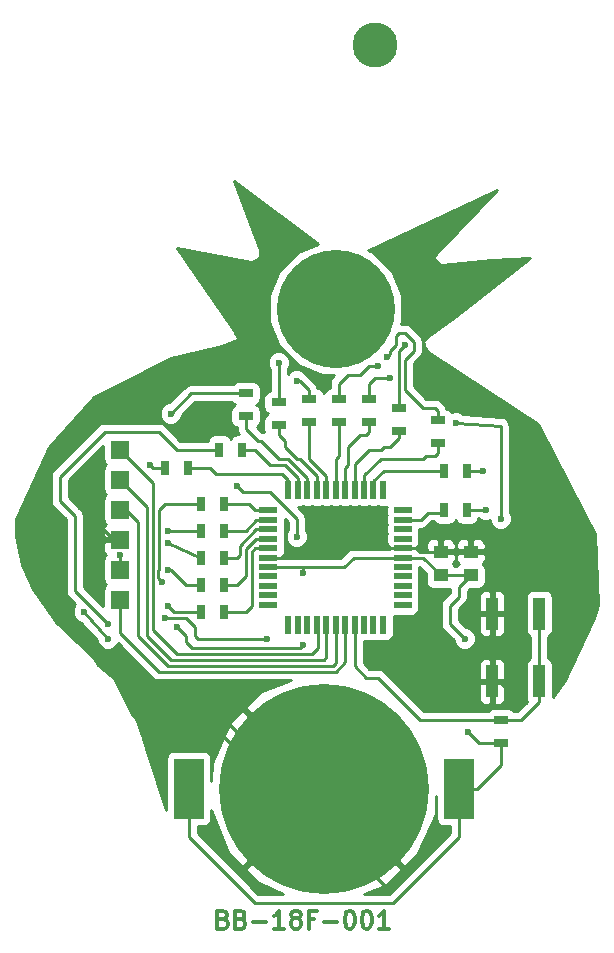
<source format=gbr>
G04 #@! TF.FileFunction,Copper,L1,Top,Signal*
%FSLAX46Y46*%
G04 Gerber Fmt 4.6, Leading zero omitted, Abs format (unit mm)*
G04 Created by KiCad (PCBNEW 4.0.4-snap1-stable) date Mon Feb 25 19:09:27 2019*
%MOMM*%
%LPD*%
G01*
G04 APERTURE LIST*
%ADD10C,0.100000*%
%ADD11C,0.300000*%
%ADD12C,17.780000*%
%ADD13R,2.540000X5.080000*%
%ADD14R,1.250000X1.000000*%
%ADD15R,1.524000X1.524000*%
%ADD16R,1.300000X0.700000*%
%ADD17R,0.700000X1.300000*%
%ADD18R,1.000000X2.750000*%
%ADD19R,1.500000X0.550000*%
%ADD20R,0.550000X1.500000*%
%ADD21C,10.000000*%
%ADD22C,3.800000*%
%ADD23C,0.600000*%
%ADD24C,0.250000*%
%ADD25C,0.254000*%
G04 APERTURE END LIST*
D10*
D11*
X143653716Y-133496857D02*
X143868002Y-133568286D01*
X143939430Y-133639714D01*
X144010859Y-133782571D01*
X144010859Y-133996857D01*
X143939430Y-134139714D01*
X143868002Y-134211143D01*
X143725144Y-134282571D01*
X143153716Y-134282571D01*
X143153716Y-132782571D01*
X143653716Y-132782571D01*
X143796573Y-132854000D01*
X143868002Y-132925429D01*
X143939430Y-133068286D01*
X143939430Y-133211143D01*
X143868002Y-133354000D01*
X143796573Y-133425429D01*
X143653716Y-133496857D01*
X143153716Y-133496857D01*
X145153716Y-133496857D02*
X145368002Y-133568286D01*
X145439430Y-133639714D01*
X145510859Y-133782571D01*
X145510859Y-133996857D01*
X145439430Y-134139714D01*
X145368002Y-134211143D01*
X145225144Y-134282571D01*
X144653716Y-134282571D01*
X144653716Y-132782571D01*
X145153716Y-132782571D01*
X145296573Y-132854000D01*
X145368002Y-132925429D01*
X145439430Y-133068286D01*
X145439430Y-133211143D01*
X145368002Y-133354000D01*
X145296573Y-133425429D01*
X145153716Y-133496857D01*
X144653716Y-133496857D01*
X146153716Y-133711143D02*
X147296573Y-133711143D01*
X148796573Y-134282571D02*
X147939430Y-134282571D01*
X148368002Y-134282571D02*
X148368002Y-132782571D01*
X148225145Y-132996857D01*
X148082287Y-133139714D01*
X147939430Y-133211143D01*
X149653716Y-133425429D02*
X149510858Y-133354000D01*
X149439430Y-133282571D01*
X149368001Y-133139714D01*
X149368001Y-133068286D01*
X149439430Y-132925429D01*
X149510858Y-132854000D01*
X149653716Y-132782571D01*
X149939430Y-132782571D01*
X150082287Y-132854000D01*
X150153716Y-132925429D01*
X150225144Y-133068286D01*
X150225144Y-133139714D01*
X150153716Y-133282571D01*
X150082287Y-133354000D01*
X149939430Y-133425429D01*
X149653716Y-133425429D01*
X149510858Y-133496857D01*
X149439430Y-133568286D01*
X149368001Y-133711143D01*
X149368001Y-133996857D01*
X149439430Y-134139714D01*
X149510858Y-134211143D01*
X149653716Y-134282571D01*
X149939430Y-134282571D01*
X150082287Y-134211143D01*
X150153716Y-134139714D01*
X150225144Y-133996857D01*
X150225144Y-133711143D01*
X150153716Y-133568286D01*
X150082287Y-133496857D01*
X149939430Y-133425429D01*
X151368001Y-133496857D02*
X150868001Y-133496857D01*
X150868001Y-134282571D02*
X150868001Y-132782571D01*
X151582287Y-132782571D01*
X152153715Y-133711143D02*
X153296572Y-133711143D01*
X154296572Y-132782571D02*
X154439429Y-132782571D01*
X154582286Y-132854000D01*
X154653715Y-132925429D01*
X154725144Y-133068286D01*
X154796572Y-133354000D01*
X154796572Y-133711143D01*
X154725144Y-133996857D01*
X154653715Y-134139714D01*
X154582286Y-134211143D01*
X154439429Y-134282571D01*
X154296572Y-134282571D01*
X154153715Y-134211143D01*
X154082286Y-134139714D01*
X154010858Y-133996857D01*
X153939429Y-133711143D01*
X153939429Y-133354000D01*
X154010858Y-133068286D01*
X154082286Y-132925429D01*
X154153715Y-132854000D01*
X154296572Y-132782571D01*
X155725143Y-132782571D02*
X155868000Y-132782571D01*
X156010857Y-132854000D01*
X156082286Y-132925429D01*
X156153715Y-133068286D01*
X156225143Y-133354000D01*
X156225143Y-133711143D01*
X156153715Y-133996857D01*
X156082286Y-134139714D01*
X156010857Y-134211143D01*
X155868000Y-134282571D01*
X155725143Y-134282571D01*
X155582286Y-134211143D01*
X155510857Y-134139714D01*
X155439429Y-133996857D01*
X155368000Y-133711143D01*
X155368000Y-133354000D01*
X155439429Y-133068286D01*
X155510857Y-132925429D01*
X155582286Y-132854000D01*
X155725143Y-132782571D01*
X157653714Y-134282571D02*
X156796571Y-134282571D01*
X157225143Y-134282571D02*
X157225143Y-132782571D01*
X157082286Y-132996857D01*
X156939428Y-133139714D01*
X156796571Y-133211143D01*
D12*
X152146000Y-122428000D03*
D13*
X163576000Y-122428000D03*
X140716000Y-122428000D03*
D14*
X164592000Y-104378000D03*
X164592000Y-102378000D03*
X162052000Y-104378000D03*
X162052000Y-102378000D03*
D15*
X134874000Y-106426000D03*
X134874000Y-103886000D03*
X134874000Y-101346000D03*
X134874000Y-98806000D03*
X134874000Y-96266000D03*
X134874000Y-93726000D03*
D16*
X145542000Y-90866000D03*
X145542000Y-88966000D03*
X158496000Y-92136000D03*
X158496000Y-90236000D03*
X148336000Y-91628000D03*
X148336000Y-89728000D03*
D17*
X143698000Y-107442000D03*
X141798000Y-107442000D03*
D16*
X161798000Y-93152000D03*
X161798000Y-91252000D03*
D17*
X143698000Y-98298000D03*
X141798000Y-98298000D03*
D16*
X150876000Y-91374000D03*
X150876000Y-89474000D03*
D17*
X143698000Y-105156000D03*
X141798000Y-105156000D03*
X162372000Y-95504000D03*
X164272000Y-95504000D03*
X140650000Y-95250000D03*
X138750000Y-95250000D03*
D16*
X153416000Y-91374000D03*
X153416000Y-89474000D03*
D17*
X143698000Y-102870000D03*
X141798000Y-102870000D03*
X162372000Y-98806000D03*
X164272000Y-98806000D03*
X145222000Y-93726000D03*
X143322000Y-93726000D03*
D16*
X155956000Y-91374000D03*
X155956000Y-89474000D03*
D17*
X143698000Y-100584000D03*
X141798000Y-100584000D03*
D16*
X167132000Y-118552000D03*
X167132000Y-116652000D03*
D18*
X170402000Y-107615000D03*
X170402000Y-113365000D03*
X166402000Y-113365000D03*
X166402000Y-107615000D03*
D19*
X147462000Y-98870000D03*
X147462000Y-99670000D03*
X147462000Y-100470000D03*
X147462000Y-101270000D03*
X147462000Y-102070000D03*
X147462000Y-102870000D03*
X147462000Y-103670000D03*
X147462000Y-104470000D03*
X147462000Y-105270000D03*
X147462000Y-106070000D03*
X147462000Y-106870000D03*
D20*
X149162000Y-108570000D03*
X149962000Y-108570000D03*
X150762000Y-108570000D03*
X151562000Y-108570000D03*
X152362000Y-108570000D03*
X153162000Y-108570000D03*
X153962000Y-108570000D03*
X154762000Y-108570000D03*
X155562000Y-108570000D03*
X156362000Y-108570000D03*
X157162000Y-108570000D03*
D19*
X158862000Y-106870000D03*
X158862000Y-106070000D03*
X158862000Y-105270000D03*
X158862000Y-104470000D03*
X158862000Y-103670000D03*
X158862000Y-102870000D03*
X158862000Y-102070000D03*
X158862000Y-101270000D03*
X158862000Y-100470000D03*
X158862000Y-99670000D03*
X158862000Y-98870000D03*
D20*
X157162000Y-97170000D03*
X156362000Y-97170000D03*
X155562000Y-97170000D03*
X154762000Y-97170000D03*
X153962000Y-97170000D03*
X153162000Y-97170000D03*
X152362000Y-97170000D03*
X151562000Y-97170000D03*
X150762000Y-97170000D03*
X149962000Y-97170000D03*
X149162000Y-97170000D03*
D21*
X153162000Y-81788000D03*
D22*
X156464000Y-59436000D03*
D23*
X150368000Y-104140000D03*
X149860000Y-101092000D03*
X144780000Y-96774000D03*
X134874000Y-102616000D03*
X164084000Y-109728000D03*
X164338000Y-117602000D03*
X141478000Y-115824000D03*
X157480000Y-130810000D03*
X143510000Y-116332000D03*
X149098000Y-102362000D03*
X136144000Y-112268000D03*
X130556000Y-107696000D03*
X131572000Y-98552000D03*
X156210000Y-101092000D03*
X168148000Y-114554000D03*
X164084000Y-107696000D03*
X163830000Y-100584000D03*
X139192000Y-90678000D03*
X159004000Y-84836000D03*
X148336000Y-86360000D03*
X138938000Y-106934000D03*
X157480000Y-85852000D03*
X138430000Y-104902000D03*
X149860000Y-87884000D03*
X167132000Y-99568000D03*
X163322000Y-91440000D03*
X138938000Y-103886000D03*
X165608000Y-95504000D03*
X150368000Y-110236000D03*
X139700000Y-108712000D03*
X137414000Y-94996000D03*
X131826000Y-107442000D03*
X133858000Y-109728000D03*
X156718000Y-86614000D03*
X138938000Y-101600000D03*
X165862000Y-98806000D03*
X147320000Y-109728000D03*
X138684000Y-107950000D03*
X133858000Y-108458000D03*
X157734000Y-87630000D03*
X138938000Y-100584000D03*
D24*
X150368000Y-103670000D02*
X150368000Y-104140000D01*
X134874000Y-102616000D02*
X134874000Y-103886000D01*
X149860000Y-99568000D02*
X149860000Y-101092000D01*
X147574000Y-97282000D02*
X149860000Y-99568000D01*
X145288000Y-97282000D02*
X147574000Y-97282000D01*
X144780000Y-96774000D02*
X145288000Y-97282000D01*
X150368000Y-103670000D02*
X150368000Y-103632000D01*
X150368000Y-103632000D02*
X150368000Y-103670000D01*
X167132000Y-118552000D02*
X165288000Y-118552000D01*
X163576000Y-105394000D02*
X164592000Y-104378000D01*
X163576000Y-106172000D02*
X163576000Y-105394000D01*
X162814000Y-106934000D02*
X163576000Y-106172000D01*
X162814000Y-108458000D02*
X162814000Y-106934000D01*
X164084000Y-109728000D02*
X162814000Y-108458000D01*
X165288000Y-118552000D02*
X164338000Y-117602000D01*
X163576000Y-122428000D02*
X165100000Y-122428000D01*
X167132000Y-120396000D02*
X167132000Y-118552000D01*
X165100000Y-122428000D02*
X167132000Y-120396000D01*
X147462000Y-103670000D02*
X150368000Y-103670000D01*
X150368000Y-103670000D02*
X153886000Y-103670000D01*
X154686000Y-102870000D02*
X158862000Y-102870000D01*
X153886000Y-103670000D02*
X154686000Y-102870000D01*
X164592000Y-104378000D02*
X162052000Y-104378000D01*
X162052000Y-104378000D02*
X160544000Y-102870000D01*
X160544000Y-102870000D02*
X158862000Y-102870000D01*
X140716000Y-122428000D02*
X140716000Y-126492000D01*
X163576000Y-126492000D02*
X163576000Y-122428000D01*
X157988000Y-132080000D02*
X163576000Y-126492000D01*
X146304000Y-132080000D02*
X157988000Y-132080000D01*
X140716000Y-126492000D02*
X146304000Y-132080000D01*
X152146000Y-122428000D02*
X148082000Y-122428000D01*
X148082000Y-122428000D02*
X141478000Y-115824000D01*
X152146000Y-122428000D02*
X152146000Y-125476000D01*
X152146000Y-125476000D02*
X157480000Y-130810000D01*
X152146000Y-122428000D02*
X149606000Y-122428000D01*
X149606000Y-122428000D02*
X143510000Y-116332000D01*
X149098000Y-102870000D02*
X149098000Y-102362000D01*
X130556000Y-107696000D02*
X134874000Y-112014000D01*
X135890000Y-112014000D02*
X134874000Y-112014000D01*
X135890000Y-112014000D02*
X136144000Y-112268000D01*
X134874000Y-101346000D02*
X134366000Y-101346000D01*
X134366000Y-101346000D02*
X131572000Y-98552000D01*
X156718000Y-102070000D02*
X156718000Y-101600000D01*
X156718000Y-101600000D02*
X156210000Y-101092000D01*
X166402000Y-113365000D02*
X166959000Y-113365000D01*
X166959000Y-113365000D02*
X168148000Y-114554000D01*
X166402000Y-107615000D02*
X164165000Y-107615000D01*
X164165000Y-107615000D02*
X164084000Y-107696000D01*
X163322000Y-102378000D02*
X163322000Y-101092000D01*
X163322000Y-101092000D02*
X163830000Y-100584000D01*
X166402000Y-113365000D02*
X166402000Y-107615000D01*
X158862000Y-102070000D02*
X156718000Y-102070000D01*
X156718000Y-102070000D02*
X153962000Y-102070000D01*
X153162000Y-102870000D02*
X149098000Y-102870000D01*
X149098000Y-102870000D02*
X147462000Y-102870000D01*
X153962000Y-102070000D02*
X153162000Y-102870000D01*
X164592000Y-102378000D02*
X163322000Y-102378000D01*
X163322000Y-102378000D02*
X162052000Y-102378000D01*
X162052000Y-102378000D02*
X162036000Y-102362000D01*
X162036000Y-102362000D02*
X160274000Y-102362000D01*
X160274000Y-102362000D02*
X159982000Y-102070000D01*
X159982000Y-102070000D02*
X158862000Y-102070000D01*
X145542000Y-88966000D02*
X140904000Y-88966000D01*
X140904000Y-88966000D02*
X139192000Y-90678000D01*
X158496000Y-85344000D02*
X158496000Y-90236000D01*
X159004000Y-84836000D02*
X158496000Y-85344000D01*
X148336000Y-89728000D02*
X148336000Y-86360000D01*
X141798000Y-107442000D02*
X139446000Y-107442000D01*
X139446000Y-107442000D02*
X138938000Y-106934000D01*
X161798000Y-91252000D02*
X161798000Y-90424000D01*
X157734000Y-85598000D02*
X157480000Y-85852000D01*
X157734000Y-85344000D02*
X157734000Y-85598000D01*
X158242000Y-84836000D02*
X157734000Y-85344000D01*
X158242000Y-84074000D02*
X158242000Y-84836000D01*
X158496000Y-83820000D02*
X158242000Y-84074000D01*
X158750000Y-83820000D02*
X158496000Y-83820000D01*
X159004000Y-83820000D02*
X158750000Y-83820000D01*
X159766000Y-84582000D02*
X159004000Y-83820000D01*
X159766000Y-85344000D02*
X159766000Y-84582000D01*
X159004000Y-86106000D02*
X159766000Y-85344000D01*
X159004000Y-88646000D02*
X159004000Y-86106000D01*
X160528000Y-90170000D02*
X159004000Y-88646000D01*
X161544000Y-90170000D02*
X160528000Y-90170000D01*
X161798000Y-90424000D02*
X161544000Y-90170000D01*
X141798000Y-98298000D02*
X138684000Y-98298000D01*
X138118002Y-104590002D02*
X138430000Y-104902000D01*
X138118002Y-103943998D02*
X138118002Y-104590002D01*
X138176000Y-103886000D02*
X138118002Y-103943998D01*
X138176000Y-98806000D02*
X138176000Y-103886000D01*
X138684000Y-98298000D02*
X138176000Y-98806000D01*
X150876000Y-89474000D02*
X150876000Y-88646000D01*
X150114000Y-87884000D02*
X149860000Y-87884000D01*
X150876000Y-88646000D02*
X150114000Y-87884000D01*
X141798000Y-105156000D02*
X140462000Y-105156000D01*
X167132000Y-91694000D02*
X167132000Y-99568000D01*
X163322000Y-91440000D02*
X167132000Y-91694000D01*
X139192000Y-103886000D02*
X138938000Y-103886000D01*
X140462000Y-105156000D02*
X139192000Y-103886000D01*
X164272000Y-95504000D02*
X165608000Y-95504000D01*
X138750000Y-95250000D02*
X137668000Y-95250000D01*
X150114000Y-110490000D02*
X150368000Y-110236000D01*
X140970000Y-110490000D02*
X150114000Y-110490000D01*
X140462000Y-109982000D02*
X140970000Y-110490000D01*
X140462000Y-109474000D02*
X140462000Y-109982000D01*
X139700000Y-108712000D02*
X140462000Y-109474000D01*
X137668000Y-95250000D02*
X137414000Y-94996000D01*
X131826000Y-107442000D02*
X133858000Y-109728000D01*
X153416000Y-89474000D02*
X153416000Y-88138000D01*
X155956000Y-86614000D02*
X156718000Y-86614000D01*
X155194000Y-87376000D02*
X155956000Y-86614000D01*
X154178000Y-87376000D02*
X155194000Y-87376000D01*
X153416000Y-88138000D02*
X154178000Y-87376000D01*
X141798000Y-102870000D02*
X138938000Y-101600000D01*
X164272000Y-98806000D02*
X165862000Y-98806000D01*
X143322000Y-93726000D02*
X139700000Y-93726000D01*
X141478000Y-109728000D02*
X147320000Y-109728000D01*
X141224000Y-109474000D02*
X141478000Y-109728000D01*
X141224000Y-108712000D02*
X141224000Y-109474000D01*
X140462000Y-107950000D02*
X141224000Y-108712000D01*
X138684000Y-107950000D02*
X140462000Y-107950000D01*
X131064000Y-105664000D02*
X133858000Y-108458000D01*
X131064000Y-99314000D02*
X131064000Y-105664000D01*
X129794000Y-98044000D02*
X131064000Y-99314000D01*
X129794000Y-96012000D02*
X129794000Y-98044000D01*
X133604000Y-92202000D02*
X129794000Y-96012000D01*
X138176000Y-92202000D02*
X133604000Y-92202000D01*
X139700000Y-93726000D02*
X138176000Y-92202000D01*
X155956000Y-89474000D02*
X155956000Y-88138000D01*
X156464000Y-87630000D02*
X157734000Y-87630000D01*
X155956000Y-88138000D02*
X156464000Y-87630000D01*
X141798000Y-100584000D02*
X138938000Y-100584000D01*
X153962000Y-108570000D02*
X153962000Y-111722000D01*
X134874000Y-109220000D02*
X134874000Y-106426000D01*
X138176000Y-112522000D02*
X134874000Y-109220000D01*
X153162000Y-112522000D02*
X138176000Y-112522000D01*
X153962000Y-111722000D02*
X153162000Y-112522000D01*
X134874000Y-98806000D02*
X135382000Y-98806000D01*
X135382000Y-98806000D02*
X136398000Y-99822000D01*
X136398000Y-99822000D02*
X136398000Y-109474000D01*
X136398000Y-109474000D02*
X138938000Y-112014000D01*
X138938000Y-112014000D02*
X152908000Y-112014000D01*
X152908000Y-112014000D02*
X153162000Y-111760000D01*
X153162000Y-111760000D02*
X153162000Y-108570000D01*
X134874000Y-96266000D02*
X137160000Y-98552000D01*
X152362000Y-111290000D02*
X152362000Y-108570000D01*
X152146000Y-111506000D02*
X152362000Y-111290000D01*
X139192000Y-111506000D02*
X152146000Y-111506000D01*
X137160000Y-109474000D02*
X139192000Y-111506000D01*
X137160000Y-98552000D02*
X137160000Y-109474000D01*
X134874000Y-93726000D02*
X137668000Y-96520000D01*
X151638000Y-110490000D02*
X151638000Y-108646000D01*
X151130000Y-110998000D02*
X151638000Y-110490000D01*
X139700000Y-110998000D02*
X151130000Y-110998000D01*
X137668000Y-108966000D02*
X139700000Y-110998000D01*
X137668000Y-96520000D02*
X137668000Y-108966000D01*
X151638000Y-108646000D02*
X151562000Y-108570000D01*
X150762000Y-97170000D02*
X150762000Y-96152000D01*
X145542000Y-91948000D02*
X145542000Y-90866000D01*
X146558000Y-92964000D02*
X145542000Y-91948000D01*
X146812000Y-92964000D02*
X146558000Y-92964000D01*
X148336000Y-94488000D02*
X146812000Y-92964000D01*
X149098000Y-94488000D02*
X148336000Y-94488000D01*
X150762000Y-96152000D02*
X149098000Y-94488000D01*
X154762000Y-97170000D02*
X154762000Y-94920000D01*
X158496000Y-92710000D02*
X158496000Y-92136000D01*
X157734000Y-93472000D02*
X158496000Y-92710000D01*
X157226000Y-93472000D02*
X157734000Y-93472000D01*
X156972000Y-93726000D02*
X157226000Y-93472000D01*
X155956000Y-93726000D02*
X156972000Y-93726000D01*
X154762000Y-94920000D02*
X155956000Y-93726000D01*
X151562000Y-97170000D02*
X151562000Y-95936000D01*
X148336000Y-92456000D02*
X148336000Y-91628000D01*
X148844000Y-92964000D02*
X148336000Y-92456000D01*
X148844000Y-93472000D02*
X148844000Y-92964000D01*
X149860000Y-94488000D02*
X148844000Y-93472000D01*
X150114000Y-94488000D02*
X149860000Y-94488000D01*
X151562000Y-95936000D02*
X150114000Y-94488000D01*
X147462000Y-102070000D02*
X146342000Y-102070000D01*
X145542000Y-107442000D02*
X143698000Y-107442000D01*
X146050000Y-106934000D02*
X145542000Y-107442000D01*
X146050000Y-102362000D02*
X146050000Y-106934000D01*
X146342000Y-102070000D02*
X146050000Y-102362000D01*
X155562000Y-97170000D02*
X155562000Y-95898000D01*
X161798000Y-93980000D02*
X161798000Y-93152000D01*
X161544000Y-94234000D02*
X161798000Y-93980000D01*
X160782000Y-94234000D02*
X161544000Y-94234000D01*
X160528000Y-94488000D02*
X160782000Y-94234000D01*
X156972000Y-94488000D02*
X160528000Y-94488000D01*
X155562000Y-95898000D02*
X156972000Y-94488000D01*
X147462000Y-98870000D02*
X146368000Y-98870000D01*
X145796000Y-98298000D02*
X143698000Y-98298000D01*
X146368000Y-98870000D02*
X145796000Y-98298000D01*
X152362000Y-97170000D02*
X152362000Y-95974000D01*
X150876000Y-94488000D02*
X150876000Y-91374000D01*
X152362000Y-95974000D02*
X150876000Y-94488000D01*
X147462000Y-101270000D02*
X146380000Y-101270000D01*
X144780000Y-105156000D02*
X143698000Y-105156000D01*
X145542000Y-104394000D02*
X144780000Y-105156000D01*
X145542000Y-102108000D02*
X145542000Y-104394000D01*
X146380000Y-101270000D02*
X145542000Y-102108000D01*
X156362000Y-97170000D02*
X156362000Y-96368000D01*
X157226000Y-95504000D02*
X162372000Y-95504000D01*
X156362000Y-96368000D02*
X157226000Y-95504000D01*
X149162000Y-97170000D02*
X149162000Y-96330000D01*
X142494000Y-95250000D02*
X140650000Y-95250000D01*
X143002000Y-95758000D02*
X142494000Y-95250000D01*
X148590000Y-95758000D02*
X143002000Y-95758000D01*
X149162000Y-96330000D02*
X148590000Y-95758000D01*
X153162000Y-97170000D02*
X153162000Y-94488000D01*
X153416000Y-94234000D02*
X153416000Y-91374000D01*
X153162000Y-94488000D02*
X153416000Y-94234000D01*
X147462000Y-100470000D02*
X146418000Y-100470000D01*
X144780000Y-102870000D02*
X143698000Y-102870000D01*
X145034000Y-102616000D02*
X144780000Y-102870000D01*
X145034000Y-101854000D02*
X145034000Y-102616000D01*
X146418000Y-100470000D02*
X145034000Y-101854000D01*
X158862000Y-99670000D02*
X160376000Y-99670000D01*
X160986000Y-99060000D02*
X162118000Y-99060000D01*
X160376000Y-99670000D02*
X160986000Y-99060000D01*
X162118000Y-99060000D02*
X162372000Y-98806000D01*
X149962000Y-97170000D02*
X149962000Y-96114000D01*
X146304000Y-93726000D02*
X145222000Y-93726000D01*
X147574000Y-94996000D02*
X146304000Y-93726000D01*
X148844000Y-94996000D02*
X147574000Y-94996000D01*
X149962000Y-96114000D02*
X148844000Y-94996000D01*
X153962000Y-97170000D02*
X153962000Y-95288000D01*
X155956000Y-92202000D02*
X155956000Y-91374000D01*
X155702000Y-92456000D02*
X155956000Y-92202000D01*
X155194000Y-92456000D02*
X155702000Y-92456000D01*
X154178000Y-93472000D02*
X155194000Y-92456000D01*
X154178000Y-95072000D02*
X154178000Y-93472000D01*
X153962000Y-95288000D02*
X154178000Y-95072000D01*
X147462000Y-99670000D02*
X146456000Y-99670000D01*
X145542000Y-100584000D02*
X143698000Y-100584000D01*
X146456000Y-99670000D02*
X145542000Y-100584000D01*
X167132000Y-116652000D02*
X160340000Y-116652000D01*
X154762000Y-112090000D02*
X154762000Y-108570000D01*
X155702000Y-113030000D02*
X154762000Y-112090000D01*
X156718000Y-113030000D02*
X155702000Y-113030000D01*
X160340000Y-116652000D02*
X156718000Y-113030000D01*
X167132000Y-116652000D02*
X168844000Y-116652000D01*
X170402000Y-115094000D02*
X170402000Y-113365000D01*
X168844000Y-116652000D02*
X170402000Y-115094000D01*
X170402000Y-113365000D02*
X170402000Y-107615000D01*
D25*
G36*
X151612167Y-76261200D02*
X151682762Y-76294885D01*
X151689278Y-76299438D01*
X149974199Y-77008094D01*
X148387665Y-78591861D01*
X147527980Y-80662212D01*
X147526024Y-82903953D01*
X148382094Y-84975801D01*
X149965861Y-86562335D01*
X152036212Y-87422020D01*
X153056288Y-87422910D01*
X152878599Y-87600599D01*
X152713852Y-87847161D01*
X152656000Y-88138000D01*
X152656000Y-88497258D01*
X152530683Y-88520838D01*
X152314559Y-88659910D01*
X152169569Y-88872110D01*
X152147007Y-88983523D01*
X152129162Y-88888683D01*
X151990090Y-88672559D01*
X151777890Y-88527569D01*
X151605498Y-88492659D01*
X151578148Y-88355161D01*
X151413401Y-88108599D01*
X150651401Y-87346599D01*
X150631198Y-87333100D01*
X150390327Y-87091808D01*
X150046799Y-86949162D01*
X149674833Y-86948838D01*
X149331057Y-87090883D01*
X149096000Y-87325530D01*
X149096000Y-86922463D01*
X149128192Y-86890327D01*
X149270838Y-86546799D01*
X149271162Y-86174833D01*
X149129117Y-85831057D01*
X148866327Y-85567808D01*
X148522799Y-85425162D01*
X148150833Y-85424838D01*
X147807057Y-85566883D01*
X147543808Y-85829673D01*
X147401162Y-86173201D01*
X147400838Y-86545167D01*
X147542883Y-86888943D01*
X147576000Y-86922118D01*
X147576000Y-88751258D01*
X147450683Y-88774838D01*
X147234559Y-88913910D01*
X147089569Y-89126110D01*
X147038560Y-89378000D01*
X147038560Y-90078000D01*
X147082838Y-90313317D01*
X147221910Y-90529441D01*
X147434110Y-90674431D01*
X147447197Y-90677081D01*
X147234559Y-90813910D01*
X147089569Y-91026110D01*
X147038560Y-91278000D01*
X147038560Y-91978000D01*
X147082838Y-92213317D01*
X147122540Y-92275016D01*
X147102839Y-92261852D01*
X146887899Y-92219097D01*
X146464219Y-91795417D01*
X146643441Y-91680090D01*
X146788431Y-91467890D01*
X146839440Y-91216000D01*
X146839440Y-90516000D01*
X146795162Y-90280683D01*
X146656090Y-90064559D01*
X146443890Y-89919569D01*
X146430803Y-89916919D01*
X146643441Y-89780090D01*
X146788431Y-89567890D01*
X146839440Y-89316000D01*
X146839440Y-88616000D01*
X146795162Y-88380683D01*
X146656090Y-88164559D01*
X146443890Y-88019569D01*
X146192000Y-87968560D01*
X144892000Y-87968560D01*
X144656683Y-88012838D01*
X144440559Y-88151910D01*
X144403601Y-88206000D01*
X140904000Y-88206000D01*
X140613161Y-88263852D01*
X140366599Y-88428599D01*
X139052320Y-89742878D01*
X139006833Y-89742838D01*
X138663057Y-89884883D01*
X138399808Y-90147673D01*
X138257162Y-90491201D01*
X138256838Y-90863167D01*
X138398883Y-91206943D01*
X138661673Y-91470192D01*
X139005201Y-91612838D01*
X139377167Y-91613162D01*
X139720943Y-91471117D01*
X139984192Y-91208327D01*
X140126838Y-90864799D01*
X140126879Y-90817923D01*
X141218802Y-89726000D01*
X144401243Y-89726000D01*
X144427910Y-89767441D01*
X144640110Y-89912431D01*
X144653197Y-89915081D01*
X144440559Y-90051910D01*
X144295569Y-90264110D01*
X144244560Y-90516000D01*
X144244560Y-91216000D01*
X144288838Y-91451317D01*
X144427910Y-91667441D01*
X144640110Y-91812431D01*
X144782000Y-91841164D01*
X144782000Y-91948000D01*
X144839852Y-92238839D01*
X144966619Y-92428560D01*
X144872000Y-92428560D01*
X144636683Y-92472838D01*
X144420559Y-92611910D01*
X144275569Y-92824110D01*
X144272919Y-92837197D01*
X144136090Y-92624559D01*
X143923890Y-92479569D01*
X143672000Y-92428560D01*
X142972000Y-92428560D01*
X142736683Y-92472838D01*
X142520559Y-92611910D01*
X142375569Y-92824110D01*
X142346836Y-92966000D01*
X140014802Y-92966000D01*
X138713401Y-91664599D01*
X138466839Y-91499852D01*
X138176000Y-91442000D01*
X133604000Y-91442000D01*
X133313161Y-91499852D01*
X133066599Y-91664599D01*
X129256599Y-95474599D01*
X129091852Y-95721161D01*
X129034000Y-96012000D01*
X129034000Y-98044000D01*
X129091852Y-98334839D01*
X129256599Y-98581401D01*
X130304000Y-99628802D01*
X130304000Y-105664000D01*
X130361852Y-105954839D01*
X130526599Y-106201401D01*
X131135428Y-106810230D01*
X131033808Y-106911673D01*
X130891162Y-107255201D01*
X130890838Y-107627167D01*
X131032883Y-107970943D01*
X131295673Y-108234192D01*
X131639201Y-108376838D01*
X131640122Y-108376839D01*
X132922919Y-109819986D01*
X132922838Y-109913167D01*
X133064883Y-110256943D01*
X133327673Y-110520192D01*
X133671201Y-110662838D01*
X134043167Y-110663162D01*
X134386943Y-110521117D01*
X134650192Y-110258327D01*
X134705156Y-110125958D01*
X137638599Y-113059401D01*
X137885160Y-113224148D01*
X138176000Y-113282000D01*
X149393339Y-113282000D01*
X146963848Y-114214559D01*
X146540894Y-114497169D01*
X145481510Y-115583905D01*
X152146000Y-122248395D01*
X152160143Y-122234253D01*
X152339748Y-122413858D01*
X152325605Y-122428000D01*
X158990095Y-129092490D01*
X160076831Y-128033106D01*
X161618113Y-124571445D01*
X161658560Y-123027587D01*
X161658560Y-124968000D01*
X161702838Y-125203317D01*
X161841910Y-125419441D01*
X162054110Y-125564431D01*
X162306000Y-125615440D01*
X162816000Y-125615440D01*
X162816000Y-126177198D01*
X157673198Y-131320000D01*
X155560378Y-131320000D01*
X157328152Y-130641441D01*
X157751106Y-130358831D01*
X158810490Y-129272095D01*
X152146000Y-122607605D01*
X145481510Y-129272095D01*
X146540894Y-130358831D01*
X148699643Y-131320000D01*
X146618802Y-131320000D01*
X141476000Y-126177198D01*
X141476000Y-125615440D01*
X141986000Y-125615440D01*
X142221317Y-125571162D01*
X142437441Y-125432090D01*
X142582431Y-125219890D01*
X142633440Y-124968000D01*
X142633440Y-124225703D01*
X143932559Y-127610152D01*
X144215169Y-128033106D01*
X145301905Y-129092490D01*
X151966395Y-122428000D01*
X145301905Y-115763510D01*
X144215169Y-116822894D01*
X142673887Y-120284555D01*
X142633440Y-121828413D01*
X142633440Y-119888000D01*
X142589162Y-119652683D01*
X142450090Y-119436559D01*
X142237890Y-119291569D01*
X141986000Y-119240560D01*
X139446000Y-119240560D01*
X139210683Y-119284838D01*
X138994559Y-119423910D01*
X138849569Y-119636110D01*
X138798560Y-119888000D01*
X138798560Y-124229160D01*
X136872001Y-118197151D01*
X136863829Y-118182386D01*
X136861118Y-118165729D01*
X136325964Y-116733983D01*
X136281824Y-116662639D01*
X136248670Y-116585568D01*
X135919631Y-116107283D01*
X134479592Y-113227204D01*
X134450374Y-113189079D01*
X133064644Y-111957319D01*
X132766034Y-111523264D01*
X132717690Y-111476212D01*
X132679448Y-111420624D01*
X129508182Y-108334141D01*
X129293144Y-108105663D01*
X127548818Y-105570139D01*
X126641730Y-103529190D01*
X126111000Y-101037907D01*
X126111000Y-99629119D01*
X126121349Y-99573137D01*
X128885637Y-93541963D01*
X132666888Y-89256546D01*
X139235527Y-85972227D01*
X143539088Y-84959624D01*
X143557167Y-84953917D01*
X144827167Y-84445917D01*
X144869327Y-84418276D01*
X144897411Y-84376410D01*
X144906995Y-84326917D01*
X144896568Y-84277594D01*
X144883569Y-84254499D01*
X144617602Y-83879727D01*
X144619962Y-83777372D01*
X144614175Y-83762435D01*
X144613806Y-83746419D01*
X144566083Y-83638312D01*
X144523401Y-83528151D01*
X144512340Y-83516568D01*
X144505869Y-83501909D01*
X139717192Y-76680417D01*
X146026875Y-77848877D01*
X146077281Y-77848035D01*
X146139803Y-77813803D01*
X146167814Y-77785792D01*
X146227467Y-77785410D01*
X146276566Y-77764703D01*
X146329163Y-77756158D01*
X146398559Y-77713252D01*
X146473734Y-77681547D01*
X146511171Y-77643627D01*
X146556495Y-77615604D01*
X146604189Y-77549407D01*
X146661509Y-77491348D01*
X146681585Y-77441988D01*
X146712735Y-77398754D01*
X146731466Y-77319346D01*
X146762205Y-77243769D01*
X146761863Y-77190482D01*
X146774097Y-77138619D01*
X146761014Y-77058087D01*
X146760491Y-76976501D01*
X146739784Y-76927402D01*
X146731239Y-76874804D01*
X144525212Y-70967420D01*
X151612167Y-76261200D01*
X151612167Y-76261200D01*
G37*
X151612167Y-76261200D02*
X151682762Y-76294885D01*
X151689278Y-76299438D01*
X149974199Y-77008094D01*
X148387665Y-78591861D01*
X147527980Y-80662212D01*
X147526024Y-82903953D01*
X148382094Y-84975801D01*
X149965861Y-86562335D01*
X152036212Y-87422020D01*
X153056288Y-87422910D01*
X152878599Y-87600599D01*
X152713852Y-87847161D01*
X152656000Y-88138000D01*
X152656000Y-88497258D01*
X152530683Y-88520838D01*
X152314559Y-88659910D01*
X152169569Y-88872110D01*
X152147007Y-88983523D01*
X152129162Y-88888683D01*
X151990090Y-88672559D01*
X151777890Y-88527569D01*
X151605498Y-88492659D01*
X151578148Y-88355161D01*
X151413401Y-88108599D01*
X150651401Y-87346599D01*
X150631198Y-87333100D01*
X150390327Y-87091808D01*
X150046799Y-86949162D01*
X149674833Y-86948838D01*
X149331057Y-87090883D01*
X149096000Y-87325530D01*
X149096000Y-86922463D01*
X149128192Y-86890327D01*
X149270838Y-86546799D01*
X149271162Y-86174833D01*
X149129117Y-85831057D01*
X148866327Y-85567808D01*
X148522799Y-85425162D01*
X148150833Y-85424838D01*
X147807057Y-85566883D01*
X147543808Y-85829673D01*
X147401162Y-86173201D01*
X147400838Y-86545167D01*
X147542883Y-86888943D01*
X147576000Y-86922118D01*
X147576000Y-88751258D01*
X147450683Y-88774838D01*
X147234559Y-88913910D01*
X147089569Y-89126110D01*
X147038560Y-89378000D01*
X147038560Y-90078000D01*
X147082838Y-90313317D01*
X147221910Y-90529441D01*
X147434110Y-90674431D01*
X147447197Y-90677081D01*
X147234559Y-90813910D01*
X147089569Y-91026110D01*
X147038560Y-91278000D01*
X147038560Y-91978000D01*
X147082838Y-92213317D01*
X147122540Y-92275016D01*
X147102839Y-92261852D01*
X146887899Y-92219097D01*
X146464219Y-91795417D01*
X146643441Y-91680090D01*
X146788431Y-91467890D01*
X146839440Y-91216000D01*
X146839440Y-90516000D01*
X146795162Y-90280683D01*
X146656090Y-90064559D01*
X146443890Y-89919569D01*
X146430803Y-89916919D01*
X146643441Y-89780090D01*
X146788431Y-89567890D01*
X146839440Y-89316000D01*
X146839440Y-88616000D01*
X146795162Y-88380683D01*
X146656090Y-88164559D01*
X146443890Y-88019569D01*
X146192000Y-87968560D01*
X144892000Y-87968560D01*
X144656683Y-88012838D01*
X144440559Y-88151910D01*
X144403601Y-88206000D01*
X140904000Y-88206000D01*
X140613161Y-88263852D01*
X140366599Y-88428599D01*
X139052320Y-89742878D01*
X139006833Y-89742838D01*
X138663057Y-89884883D01*
X138399808Y-90147673D01*
X138257162Y-90491201D01*
X138256838Y-90863167D01*
X138398883Y-91206943D01*
X138661673Y-91470192D01*
X139005201Y-91612838D01*
X139377167Y-91613162D01*
X139720943Y-91471117D01*
X139984192Y-91208327D01*
X140126838Y-90864799D01*
X140126879Y-90817923D01*
X141218802Y-89726000D01*
X144401243Y-89726000D01*
X144427910Y-89767441D01*
X144640110Y-89912431D01*
X144653197Y-89915081D01*
X144440559Y-90051910D01*
X144295569Y-90264110D01*
X144244560Y-90516000D01*
X144244560Y-91216000D01*
X144288838Y-91451317D01*
X144427910Y-91667441D01*
X144640110Y-91812431D01*
X144782000Y-91841164D01*
X144782000Y-91948000D01*
X144839852Y-92238839D01*
X144966619Y-92428560D01*
X144872000Y-92428560D01*
X144636683Y-92472838D01*
X144420559Y-92611910D01*
X144275569Y-92824110D01*
X144272919Y-92837197D01*
X144136090Y-92624559D01*
X143923890Y-92479569D01*
X143672000Y-92428560D01*
X142972000Y-92428560D01*
X142736683Y-92472838D01*
X142520559Y-92611910D01*
X142375569Y-92824110D01*
X142346836Y-92966000D01*
X140014802Y-92966000D01*
X138713401Y-91664599D01*
X138466839Y-91499852D01*
X138176000Y-91442000D01*
X133604000Y-91442000D01*
X133313161Y-91499852D01*
X133066599Y-91664599D01*
X129256599Y-95474599D01*
X129091852Y-95721161D01*
X129034000Y-96012000D01*
X129034000Y-98044000D01*
X129091852Y-98334839D01*
X129256599Y-98581401D01*
X130304000Y-99628802D01*
X130304000Y-105664000D01*
X130361852Y-105954839D01*
X130526599Y-106201401D01*
X131135428Y-106810230D01*
X131033808Y-106911673D01*
X130891162Y-107255201D01*
X130890838Y-107627167D01*
X131032883Y-107970943D01*
X131295673Y-108234192D01*
X131639201Y-108376838D01*
X131640122Y-108376839D01*
X132922919Y-109819986D01*
X132922838Y-109913167D01*
X133064883Y-110256943D01*
X133327673Y-110520192D01*
X133671201Y-110662838D01*
X134043167Y-110663162D01*
X134386943Y-110521117D01*
X134650192Y-110258327D01*
X134705156Y-110125958D01*
X137638599Y-113059401D01*
X137885160Y-113224148D01*
X138176000Y-113282000D01*
X149393339Y-113282000D01*
X146963848Y-114214559D01*
X146540894Y-114497169D01*
X145481510Y-115583905D01*
X152146000Y-122248395D01*
X152160143Y-122234253D01*
X152339748Y-122413858D01*
X152325605Y-122428000D01*
X158990095Y-129092490D01*
X160076831Y-128033106D01*
X161618113Y-124571445D01*
X161658560Y-123027587D01*
X161658560Y-124968000D01*
X161702838Y-125203317D01*
X161841910Y-125419441D01*
X162054110Y-125564431D01*
X162306000Y-125615440D01*
X162816000Y-125615440D01*
X162816000Y-126177198D01*
X157673198Y-131320000D01*
X155560378Y-131320000D01*
X157328152Y-130641441D01*
X157751106Y-130358831D01*
X158810490Y-129272095D01*
X152146000Y-122607605D01*
X145481510Y-129272095D01*
X146540894Y-130358831D01*
X148699643Y-131320000D01*
X146618802Y-131320000D01*
X141476000Y-126177198D01*
X141476000Y-125615440D01*
X141986000Y-125615440D01*
X142221317Y-125571162D01*
X142437441Y-125432090D01*
X142582431Y-125219890D01*
X142633440Y-124968000D01*
X142633440Y-124225703D01*
X143932559Y-127610152D01*
X144215169Y-128033106D01*
X145301905Y-129092490D01*
X151966395Y-122428000D01*
X145301905Y-115763510D01*
X144215169Y-116822894D01*
X142673887Y-120284555D01*
X142633440Y-121828413D01*
X142633440Y-119888000D01*
X142589162Y-119652683D01*
X142450090Y-119436559D01*
X142237890Y-119291569D01*
X141986000Y-119240560D01*
X139446000Y-119240560D01*
X139210683Y-119284838D01*
X138994559Y-119423910D01*
X138849569Y-119636110D01*
X138798560Y-119888000D01*
X138798560Y-124229160D01*
X136872001Y-118197151D01*
X136863829Y-118182386D01*
X136861118Y-118165729D01*
X136325964Y-116733983D01*
X136281824Y-116662639D01*
X136248670Y-116585568D01*
X135919631Y-116107283D01*
X134479592Y-113227204D01*
X134450374Y-113189079D01*
X133064644Y-111957319D01*
X132766034Y-111523264D01*
X132717690Y-111476212D01*
X132679448Y-111420624D01*
X129508182Y-108334141D01*
X129293144Y-108105663D01*
X127548818Y-105570139D01*
X126641730Y-103529190D01*
X126111000Y-101037907D01*
X126111000Y-99629119D01*
X126121349Y-99573137D01*
X128885637Y-93541963D01*
X132666888Y-89256546D01*
X139235527Y-85972227D01*
X143539088Y-84959624D01*
X143557167Y-84953917D01*
X144827167Y-84445917D01*
X144869327Y-84418276D01*
X144897411Y-84376410D01*
X144906995Y-84326917D01*
X144896568Y-84277594D01*
X144883569Y-84254499D01*
X144617602Y-83879727D01*
X144619962Y-83777372D01*
X144614175Y-83762435D01*
X144613806Y-83746419D01*
X144566083Y-83638312D01*
X144523401Y-83528151D01*
X144512340Y-83516568D01*
X144505869Y-83501909D01*
X139717192Y-76680417D01*
X146026875Y-77848877D01*
X146077281Y-77848035D01*
X146139803Y-77813803D01*
X146167814Y-77785792D01*
X146227467Y-77785410D01*
X146276566Y-77764703D01*
X146329163Y-77756158D01*
X146398559Y-77713252D01*
X146473734Y-77681547D01*
X146511171Y-77643627D01*
X146556495Y-77615604D01*
X146604189Y-77549407D01*
X146661509Y-77491348D01*
X146681585Y-77441988D01*
X146712735Y-77398754D01*
X146731466Y-77319346D01*
X146762205Y-77243769D01*
X146761863Y-77190482D01*
X146774097Y-77138619D01*
X146761014Y-77058087D01*
X146760491Y-76976501D01*
X146739784Y-76927402D01*
X146731239Y-76874804D01*
X144525212Y-70967420D01*
X151612167Y-76261200D01*
G36*
X161452307Y-77382128D02*
X161425344Y-77424725D01*
X161417078Y-77474455D01*
X161428811Y-77523484D01*
X161454197Y-77559803D01*
X161962197Y-78067803D01*
X162004211Y-78095666D01*
X162063854Y-78104446D01*
X166413094Y-77696705D01*
X169631533Y-77481695D01*
X163313317Y-82395862D01*
X160869771Y-84194453D01*
X160864889Y-84199801D01*
X160858402Y-84203006D01*
X160774974Y-84298289D01*
X160689566Y-84391840D01*
X160687103Y-84398645D01*
X160682335Y-84404091D01*
X160641719Y-84524054D01*
X160598614Y-84643162D01*
X160598943Y-84650394D01*
X160596622Y-84657249D01*
X160605006Y-84783630D01*
X160610763Y-84910159D01*
X160613834Y-84916713D01*
X160614313Y-84923936D01*
X160670414Y-85037471D01*
X160724162Y-85152184D01*
X160729510Y-85157066D01*
X160732715Y-85163553D01*
X160827998Y-85246981D01*
X160909000Y-85320932D01*
X160909000Y-85344000D01*
X160919006Y-85393410D01*
X160966888Y-85450548D01*
X170336488Y-91528126D01*
X175134221Y-100871080D01*
X175375242Y-106896603D01*
X175000333Y-108003920D01*
X172609938Y-113219328D01*
X171549440Y-114665461D01*
X171549440Y-111990000D01*
X171505162Y-111754683D01*
X171366090Y-111538559D01*
X171162000Y-111399110D01*
X171162000Y-109577279D01*
X171353441Y-109454090D01*
X171498431Y-109241890D01*
X171549440Y-108990000D01*
X171549440Y-106240000D01*
X171505162Y-106004683D01*
X171366090Y-105788559D01*
X171153890Y-105643569D01*
X170902000Y-105592560D01*
X169902000Y-105592560D01*
X169666683Y-105636838D01*
X169450559Y-105775910D01*
X169305569Y-105988110D01*
X169254560Y-106240000D01*
X169254560Y-108990000D01*
X169298838Y-109225317D01*
X169437910Y-109441441D01*
X169642000Y-109580890D01*
X169642000Y-111402721D01*
X169450559Y-111525910D01*
X169305569Y-111738110D01*
X169254560Y-111990000D01*
X169254560Y-114740000D01*
X169298838Y-114975317D01*
X169356411Y-115064787D01*
X168529198Y-115892000D01*
X168272757Y-115892000D01*
X168246090Y-115850559D01*
X168033890Y-115705569D01*
X167782000Y-115654560D01*
X166482000Y-115654560D01*
X166246683Y-115698838D01*
X166030559Y-115837910D01*
X165993601Y-115892000D01*
X160654802Y-115892000D01*
X158413552Y-113650750D01*
X165267000Y-113650750D01*
X165267000Y-114866309D01*
X165363673Y-115099698D01*
X165542301Y-115278327D01*
X165775690Y-115375000D01*
X166116250Y-115375000D01*
X166275000Y-115216250D01*
X166275000Y-113492000D01*
X166529000Y-113492000D01*
X166529000Y-115216250D01*
X166687750Y-115375000D01*
X167028310Y-115375000D01*
X167261699Y-115278327D01*
X167440327Y-115099698D01*
X167537000Y-114866309D01*
X167537000Y-113650750D01*
X167378250Y-113492000D01*
X166529000Y-113492000D01*
X166275000Y-113492000D01*
X165425750Y-113492000D01*
X165267000Y-113650750D01*
X158413552Y-113650750D01*
X157255401Y-112492599D01*
X157008839Y-112327852D01*
X156718000Y-112270000D01*
X156016802Y-112270000D01*
X155610493Y-111863691D01*
X165267000Y-111863691D01*
X165267000Y-113079250D01*
X165425750Y-113238000D01*
X166275000Y-113238000D01*
X166275000Y-111513750D01*
X166529000Y-111513750D01*
X166529000Y-113238000D01*
X167378250Y-113238000D01*
X167537000Y-113079250D01*
X167537000Y-111863691D01*
X167440327Y-111630302D01*
X167261699Y-111451673D01*
X167028310Y-111355000D01*
X166687750Y-111355000D01*
X166529000Y-111513750D01*
X166275000Y-111513750D01*
X166116250Y-111355000D01*
X165775690Y-111355000D01*
X165542301Y-111451673D01*
X165363673Y-111630302D01*
X165267000Y-111863691D01*
X155610493Y-111863691D01*
X155522000Y-111775198D01*
X155522000Y-109967440D01*
X155837000Y-109967440D01*
X155966589Y-109943056D01*
X156087000Y-109967440D01*
X156637000Y-109967440D01*
X156766589Y-109943056D01*
X156887000Y-109967440D01*
X157437000Y-109967440D01*
X157672317Y-109923162D01*
X157888441Y-109784090D01*
X158033431Y-109571890D01*
X158084440Y-109320000D01*
X158084440Y-107820000D01*
X158077957Y-107785546D01*
X158112000Y-107792440D01*
X159612000Y-107792440D01*
X159847317Y-107748162D01*
X160063441Y-107609090D01*
X160208431Y-107396890D01*
X160259440Y-107145000D01*
X160259440Y-106595000D01*
X160235056Y-106465411D01*
X160259440Y-106345000D01*
X160259440Y-105795000D01*
X160235056Y-105665411D01*
X160259440Y-105545000D01*
X160259440Y-104995000D01*
X160235056Y-104865411D01*
X160259440Y-104745000D01*
X160259440Y-104195000D01*
X160235056Y-104065411D01*
X160259440Y-103945000D01*
X160259440Y-103660242D01*
X160779560Y-104180362D01*
X160779560Y-104878000D01*
X160823838Y-105113317D01*
X160962910Y-105329441D01*
X161175110Y-105474431D01*
X161427000Y-105525440D01*
X162677000Y-105525440D01*
X162816000Y-105499285D01*
X162816000Y-105857198D01*
X162276599Y-106396599D01*
X162111852Y-106643161D01*
X162054000Y-106934000D01*
X162054000Y-108458000D01*
X162111852Y-108748839D01*
X162276599Y-108995401D01*
X163148878Y-109867680D01*
X163148838Y-109913167D01*
X163290883Y-110256943D01*
X163553673Y-110520192D01*
X163897201Y-110662838D01*
X164269167Y-110663162D01*
X164612943Y-110521117D01*
X164876192Y-110258327D01*
X165018838Y-109914799D01*
X165019162Y-109542833D01*
X164877117Y-109199057D01*
X164614327Y-108935808D01*
X164270799Y-108793162D01*
X164223923Y-108793121D01*
X163574000Y-108143198D01*
X163574000Y-107900750D01*
X165267000Y-107900750D01*
X165267000Y-109116309D01*
X165363673Y-109349698D01*
X165542301Y-109528327D01*
X165775690Y-109625000D01*
X166116250Y-109625000D01*
X166275000Y-109466250D01*
X166275000Y-107742000D01*
X166529000Y-107742000D01*
X166529000Y-109466250D01*
X166687750Y-109625000D01*
X167028310Y-109625000D01*
X167261699Y-109528327D01*
X167440327Y-109349698D01*
X167537000Y-109116309D01*
X167537000Y-107900750D01*
X167378250Y-107742000D01*
X166529000Y-107742000D01*
X166275000Y-107742000D01*
X165425750Y-107742000D01*
X165267000Y-107900750D01*
X163574000Y-107900750D01*
X163574000Y-107248802D01*
X164113401Y-106709401D01*
X164278148Y-106462839D01*
X164336000Y-106172000D01*
X164336000Y-106113691D01*
X165267000Y-106113691D01*
X165267000Y-107329250D01*
X165425750Y-107488000D01*
X166275000Y-107488000D01*
X166275000Y-105763750D01*
X166529000Y-105763750D01*
X166529000Y-107488000D01*
X167378250Y-107488000D01*
X167537000Y-107329250D01*
X167537000Y-106113691D01*
X167440327Y-105880302D01*
X167261699Y-105701673D01*
X167028310Y-105605000D01*
X166687750Y-105605000D01*
X166529000Y-105763750D01*
X166275000Y-105763750D01*
X166116250Y-105605000D01*
X165775690Y-105605000D01*
X165542301Y-105701673D01*
X165363673Y-105880302D01*
X165267000Y-106113691D01*
X164336000Y-106113691D01*
X164336000Y-105708802D01*
X164519362Y-105525440D01*
X165217000Y-105525440D01*
X165452317Y-105481162D01*
X165668441Y-105342090D01*
X165813431Y-105129890D01*
X165864440Y-104878000D01*
X165864440Y-103878000D01*
X165820162Y-103642683D01*
X165681090Y-103426559D01*
X165612994Y-103380031D01*
X165755327Y-103237698D01*
X165852000Y-103004309D01*
X165852000Y-102663750D01*
X165693250Y-102505000D01*
X164719000Y-102505000D01*
X164719000Y-102525000D01*
X164465000Y-102525000D01*
X164465000Y-102505000D01*
X163490750Y-102505000D01*
X163332000Y-102663750D01*
X163332000Y-103004309D01*
X163428673Y-103237698D01*
X163569910Y-103378936D01*
X163515559Y-103413910D01*
X163376110Y-103618000D01*
X163264279Y-103618000D01*
X163141090Y-103426559D01*
X163072994Y-103380031D01*
X163215327Y-103237698D01*
X163312000Y-103004309D01*
X163312000Y-102663750D01*
X163153250Y-102505000D01*
X162179000Y-102505000D01*
X162179000Y-102525000D01*
X161925000Y-102525000D01*
X161925000Y-102505000D01*
X161905000Y-102505000D01*
X161905000Y-102251000D01*
X161925000Y-102251000D01*
X161925000Y-101401750D01*
X162179000Y-101401750D01*
X162179000Y-102251000D01*
X163153250Y-102251000D01*
X163312000Y-102092250D01*
X163312000Y-101751691D01*
X163332000Y-101751691D01*
X163332000Y-102092250D01*
X163490750Y-102251000D01*
X164465000Y-102251000D01*
X164465000Y-101401750D01*
X164719000Y-101401750D01*
X164719000Y-102251000D01*
X165693250Y-102251000D01*
X165852000Y-102092250D01*
X165852000Y-101751691D01*
X165755327Y-101518302D01*
X165576699Y-101339673D01*
X165343310Y-101243000D01*
X164877750Y-101243000D01*
X164719000Y-101401750D01*
X164465000Y-101401750D01*
X164306250Y-101243000D01*
X163840690Y-101243000D01*
X163607301Y-101339673D01*
X163428673Y-101518302D01*
X163332000Y-101751691D01*
X163312000Y-101751691D01*
X163215327Y-101518302D01*
X163036699Y-101339673D01*
X162803310Y-101243000D01*
X162337750Y-101243000D01*
X162179000Y-101401750D01*
X161925000Y-101401750D01*
X161766250Y-101243000D01*
X161300690Y-101243000D01*
X161067301Y-101339673D01*
X160888673Y-101518302D01*
X160792000Y-101751691D01*
X160792000Y-102092250D01*
X160933575Y-102233825D01*
X160834839Y-102167852D01*
X160544000Y-102110000D01*
X160026975Y-102110000D01*
X159968603Y-102070116D01*
X160063441Y-102009090D01*
X160152495Y-101878755D01*
X160247000Y-101784250D01*
X160247000Y-101668690D01*
X160238532Y-101648247D01*
X160259440Y-101545000D01*
X160259440Y-100995000D01*
X160235056Y-100865411D01*
X160259440Y-100745000D01*
X160259440Y-100430000D01*
X160376000Y-100430000D01*
X160666839Y-100372148D01*
X160913401Y-100207401D01*
X161300802Y-99820000D01*
X161501643Y-99820000D01*
X161557910Y-99907441D01*
X161770110Y-100052431D01*
X162022000Y-100103440D01*
X162722000Y-100103440D01*
X162957317Y-100059162D01*
X163173441Y-99920090D01*
X163318431Y-99707890D01*
X163321081Y-99694803D01*
X163457910Y-99907441D01*
X163670110Y-100052431D01*
X163922000Y-100103440D01*
X164622000Y-100103440D01*
X164857317Y-100059162D01*
X165073441Y-99920090D01*
X165218431Y-99707890D01*
X165247164Y-99566000D01*
X165299537Y-99566000D01*
X165331673Y-99598192D01*
X165675201Y-99740838D01*
X166047167Y-99741162D01*
X166196902Y-99679293D01*
X166196838Y-99753167D01*
X166338883Y-100096943D01*
X166601673Y-100360192D01*
X166945201Y-100502838D01*
X167317167Y-100503162D01*
X167660943Y-100361117D01*
X167924192Y-100098327D01*
X168066838Y-99754799D01*
X168067162Y-99382833D01*
X167925117Y-99039057D01*
X167892000Y-99005882D01*
X167892000Y-91694000D01*
X167867915Y-91572916D01*
X167851939Y-91450511D01*
X167839148Y-91428300D01*
X167834148Y-91403161D01*
X167765562Y-91300515D01*
X167703958Y-91193537D01*
X167683641Y-91177911D01*
X167669401Y-91156599D01*
X167566756Y-91088014D01*
X167468901Y-91012753D01*
X167444149Y-91006091D01*
X167422839Y-90991852D01*
X167301767Y-90967769D01*
X167182554Y-90935683D01*
X163922759Y-90718363D01*
X163852327Y-90647808D01*
X163508799Y-90505162D01*
X163136833Y-90504838D01*
X162986886Y-90566795D01*
X162912090Y-90450559D01*
X162699890Y-90305569D01*
X162527498Y-90270659D01*
X162500148Y-90133160D01*
X162335401Y-89886599D01*
X162081401Y-89632599D01*
X161834839Y-89467852D01*
X161544000Y-89410000D01*
X160842802Y-89410000D01*
X159764000Y-88331198D01*
X159764000Y-86420802D01*
X160303401Y-85881401D01*
X160468148Y-85634839D01*
X160526000Y-85344000D01*
X160526000Y-84582000D01*
X160468148Y-84291161D01*
X160303401Y-84044599D01*
X159541401Y-83282599D01*
X159294839Y-83117852D01*
X159004000Y-83060000D01*
X158735307Y-83060000D01*
X158796020Y-82913788D01*
X158797976Y-80672047D01*
X157941906Y-78600199D01*
X156358139Y-77013665D01*
X155927866Y-76835000D01*
X155956000Y-76835000D01*
X156009706Y-76823085D01*
X166824813Y-71776035D01*
X161452307Y-77382128D01*
X161452307Y-77382128D01*
G37*
X161452307Y-77382128D02*
X161425344Y-77424725D01*
X161417078Y-77474455D01*
X161428811Y-77523484D01*
X161454197Y-77559803D01*
X161962197Y-78067803D01*
X162004211Y-78095666D01*
X162063854Y-78104446D01*
X166413094Y-77696705D01*
X169631533Y-77481695D01*
X163313317Y-82395862D01*
X160869771Y-84194453D01*
X160864889Y-84199801D01*
X160858402Y-84203006D01*
X160774974Y-84298289D01*
X160689566Y-84391840D01*
X160687103Y-84398645D01*
X160682335Y-84404091D01*
X160641719Y-84524054D01*
X160598614Y-84643162D01*
X160598943Y-84650394D01*
X160596622Y-84657249D01*
X160605006Y-84783630D01*
X160610763Y-84910159D01*
X160613834Y-84916713D01*
X160614313Y-84923936D01*
X160670414Y-85037471D01*
X160724162Y-85152184D01*
X160729510Y-85157066D01*
X160732715Y-85163553D01*
X160827998Y-85246981D01*
X160909000Y-85320932D01*
X160909000Y-85344000D01*
X160919006Y-85393410D01*
X160966888Y-85450548D01*
X170336488Y-91528126D01*
X175134221Y-100871080D01*
X175375242Y-106896603D01*
X175000333Y-108003920D01*
X172609938Y-113219328D01*
X171549440Y-114665461D01*
X171549440Y-111990000D01*
X171505162Y-111754683D01*
X171366090Y-111538559D01*
X171162000Y-111399110D01*
X171162000Y-109577279D01*
X171353441Y-109454090D01*
X171498431Y-109241890D01*
X171549440Y-108990000D01*
X171549440Y-106240000D01*
X171505162Y-106004683D01*
X171366090Y-105788559D01*
X171153890Y-105643569D01*
X170902000Y-105592560D01*
X169902000Y-105592560D01*
X169666683Y-105636838D01*
X169450559Y-105775910D01*
X169305569Y-105988110D01*
X169254560Y-106240000D01*
X169254560Y-108990000D01*
X169298838Y-109225317D01*
X169437910Y-109441441D01*
X169642000Y-109580890D01*
X169642000Y-111402721D01*
X169450559Y-111525910D01*
X169305569Y-111738110D01*
X169254560Y-111990000D01*
X169254560Y-114740000D01*
X169298838Y-114975317D01*
X169356411Y-115064787D01*
X168529198Y-115892000D01*
X168272757Y-115892000D01*
X168246090Y-115850559D01*
X168033890Y-115705569D01*
X167782000Y-115654560D01*
X166482000Y-115654560D01*
X166246683Y-115698838D01*
X166030559Y-115837910D01*
X165993601Y-115892000D01*
X160654802Y-115892000D01*
X158413552Y-113650750D01*
X165267000Y-113650750D01*
X165267000Y-114866309D01*
X165363673Y-115099698D01*
X165542301Y-115278327D01*
X165775690Y-115375000D01*
X166116250Y-115375000D01*
X166275000Y-115216250D01*
X166275000Y-113492000D01*
X166529000Y-113492000D01*
X166529000Y-115216250D01*
X166687750Y-115375000D01*
X167028310Y-115375000D01*
X167261699Y-115278327D01*
X167440327Y-115099698D01*
X167537000Y-114866309D01*
X167537000Y-113650750D01*
X167378250Y-113492000D01*
X166529000Y-113492000D01*
X166275000Y-113492000D01*
X165425750Y-113492000D01*
X165267000Y-113650750D01*
X158413552Y-113650750D01*
X157255401Y-112492599D01*
X157008839Y-112327852D01*
X156718000Y-112270000D01*
X156016802Y-112270000D01*
X155610493Y-111863691D01*
X165267000Y-111863691D01*
X165267000Y-113079250D01*
X165425750Y-113238000D01*
X166275000Y-113238000D01*
X166275000Y-111513750D01*
X166529000Y-111513750D01*
X166529000Y-113238000D01*
X167378250Y-113238000D01*
X167537000Y-113079250D01*
X167537000Y-111863691D01*
X167440327Y-111630302D01*
X167261699Y-111451673D01*
X167028310Y-111355000D01*
X166687750Y-111355000D01*
X166529000Y-111513750D01*
X166275000Y-111513750D01*
X166116250Y-111355000D01*
X165775690Y-111355000D01*
X165542301Y-111451673D01*
X165363673Y-111630302D01*
X165267000Y-111863691D01*
X155610493Y-111863691D01*
X155522000Y-111775198D01*
X155522000Y-109967440D01*
X155837000Y-109967440D01*
X155966589Y-109943056D01*
X156087000Y-109967440D01*
X156637000Y-109967440D01*
X156766589Y-109943056D01*
X156887000Y-109967440D01*
X157437000Y-109967440D01*
X157672317Y-109923162D01*
X157888441Y-109784090D01*
X158033431Y-109571890D01*
X158084440Y-109320000D01*
X158084440Y-107820000D01*
X158077957Y-107785546D01*
X158112000Y-107792440D01*
X159612000Y-107792440D01*
X159847317Y-107748162D01*
X160063441Y-107609090D01*
X160208431Y-107396890D01*
X160259440Y-107145000D01*
X160259440Y-106595000D01*
X160235056Y-106465411D01*
X160259440Y-106345000D01*
X160259440Y-105795000D01*
X160235056Y-105665411D01*
X160259440Y-105545000D01*
X160259440Y-104995000D01*
X160235056Y-104865411D01*
X160259440Y-104745000D01*
X160259440Y-104195000D01*
X160235056Y-104065411D01*
X160259440Y-103945000D01*
X160259440Y-103660242D01*
X160779560Y-104180362D01*
X160779560Y-104878000D01*
X160823838Y-105113317D01*
X160962910Y-105329441D01*
X161175110Y-105474431D01*
X161427000Y-105525440D01*
X162677000Y-105525440D01*
X162816000Y-105499285D01*
X162816000Y-105857198D01*
X162276599Y-106396599D01*
X162111852Y-106643161D01*
X162054000Y-106934000D01*
X162054000Y-108458000D01*
X162111852Y-108748839D01*
X162276599Y-108995401D01*
X163148878Y-109867680D01*
X163148838Y-109913167D01*
X163290883Y-110256943D01*
X163553673Y-110520192D01*
X163897201Y-110662838D01*
X164269167Y-110663162D01*
X164612943Y-110521117D01*
X164876192Y-110258327D01*
X165018838Y-109914799D01*
X165019162Y-109542833D01*
X164877117Y-109199057D01*
X164614327Y-108935808D01*
X164270799Y-108793162D01*
X164223923Y-108793121D01*
X163574000Y-108143198D01*
X163574000Y-107900750D01*
X165267000Y-107900750D01*
X165267000Y-109116309D01*
X165363673Y-109349698D01*
X165542301Y-109528327D01*
X165775690Y-109625000D01*
X166116250Y-109625000D01*
X166275000Y-109466250D01*
X166275000Y-107742000D01*
X166529000Y-107742000D01*
X166529000Y-109466250D01*
X166687750Y-109625000D01*
X167028310Y-109625000D01*
X167261699Y-109528327D01*
X167440327Y-109349698D01*
X167537000Y-109116309D01*
X167537000Y-107900750D01*
X167378250Y-107742000D01*
X166529000Y-107742000D01*
X166275000Y-107742000D01*
X165425750Y-107742000D01*
X165267000Y-107900750D01*
X163574000Y-107900750D01*
X163574000Y-107248802D01*
X164113401Y-106709401D01*
X164278148Y-106462839D01*
X164336000Y-106172000D01*
X164336000Y-106113691D01*
X165267000Y-106113691D01*
X165267000Y-107329250D01*
X165425750Y-107488000D01*
X166275000Y-107488000D01*
X166275000Y-105763750D01*
X166529000Y-105763750D01*
X166529000Y-107488000D01*
X167378250Y-107488000D01*
X167537000Y-107329250D01*
X167537000Y-106113691D01*
X167440327Y-105880302D01*
X167261699Y-105701673D01*
X167028310Y-105605000D01*
X166687750Y-105605000D01*
X166529000Y-105763750D01*
X166275000Y-105763750D01*
X166116250Y-105605000D01*
X165775690Y-105605000D01*
X165542301Y-105701673D01*
X165363673Y-105880302D01*
X165267000Y-106113691D01*
X164336000Y-106113691D01*
X164336000Y-105708802D01*
X164519362Y-105525440D01*
X165217000Y-105525440D01*
X165452317Y-105481162D01*
X165668441Y-105342090D01*
X165813431Y-105129890D01*
X165864440Y-104878000D01*
X165864440Y-103878000D01*
X165820162Y-103642683D01*
X165681090Y-103426559D01*
X165612994Y-103380031D01*
X165755327Y-103237698D01*
X165852000Y-103004309D01*
X165852000Y-102663750D01*
X165693250Y-102505000D01*
X164719000Y-102505000D01*
X164719000Y-102525000D01*
X164465000Y-102525000D01*
X164465000Y-102505000D01*
X163490750Y-102505000D01*
X163332000Y-102663750D01*
X163332000Y-103004309D01*
X163428673Y-103237698D01*
X163569910Y-103378936D01*
X163515559Y-103413910D01*
X163376110Y-103618000D01*
X163264279Y-103618000D01*
X163141090Y-103426559D01*
X163072994Y-103380031D01*
X163215327Y-103237698D01*
X163312000Y-103004309D01*
X163312000Y-102663750D01*
X163153250Y-102505000D01*
X162179000Y-102505000D01*
X162179000Y-102525000D01*
X161925000Y-102525000D01*
X161925000Y-102505000D01*
X161905000Y-102505000D01*
X161905000Y-102251000D01*
X161925000Y-102251000D01*
X161925000Y-101401750D01*
X162179000Y-101401750D01*
X162179000Y-102251000D01*
X163153250Y-102251000D01*
X163312000Y-102092250D01*
X163312000Y-101751691D01*
X163332000Y-101751691D01*
X163332000Y-102092250D01*
X163490750Y-102251000D01*
X164465000Y-102251000D01*
X164465000Y-101401750D01*
X164719000Y-101401750D01*
X164719000Y-102251000D01*
X165693250Y-102251000D01*
X165852000Y-102092250D01*
X165852000Y-101751691D01*
X165755327Y-101518302D01*
X165576699Y-101339673D01*
X165343310Y-101243000D01*
X164877750Y-101243000D01*
X164719000Y-101401750D01*
X164465000Y-101401750D01*
X164306250Y-101243000D01*
X163840690Y-101243000D01*
X163607301Y-101339673D01*
X163428673Y-101518302D01*
X163332000Y-101751691D01*
X163312000Y-101751691D01*
X163215327Y-101518302D01*
X163036699Y-101339673D01*
X162803310Y-101243000D01*
X162337750Y-101243000D01*
X162179000Y-101401750D01*
X161925000Y-101401750D01*
X161766250Y-101243000D01*
X161300690Y-101243000D01*
X161067301Y-101339673D01*
X160888673Y-101518302D01*
X160792000Y-101751691D01*
X160792000Y-102092250D01*
X160933575Y-102233825D01*
X160834839Y-102167852D01*
X160544000Y-102110000D01*
X160026975Y-102110000D01*
X159968603Y-102070116D01*
X160063441Y-102009090D01*
X160152495Y-101878755D01*
X160247000Y-101784250D01*
X160247000Y-101668690D01*
X160238532Y-101648247D01*
X160259440Y-101545000D01*
X160259440Y-100995000D01*
X160235056Y-100865411D01*
X160259440Y-100745000D01*
X160259440Y-100430000D01*
X160376000Y-100430000D01*
X160666839Y-100372148D01*
X160913401Y-100207401D01*
X161300802Y-99820000D01*
X161501643Y-99820000D01*
X161557910Y-99907441D01*
X161770110Y-100052431D01*
X162022000Y-100103440D01*
X162722000Y-100103440D01*
X162957317Y-100059162D01*
X163173441Y-99920090D01*
X163318431Y-99707890D01*
X163321081Y-99694803D01*
X163457910Y-99907441D01*
X163670110Y-100052431D01*
X163922000Y-100103440D01*
X164622000Y-100103440D01*
X164857317Y-100059162D01*
X165073441Y-99920090D01*
X165218431Y-99707890D01*
X165247164Y-99566000D01*
X165299537Y-99566000D01*
X165331673Y-99598192D01*
X165675201Y-99740838D01*
X166047167Y-99741162D01*
X166196902Y-99679293D01*
X166196838Y-99753167D01*
X166338883Y-100096943D01*
X166601673Y-100360192D01*
X166945201Y-100502838D01*
X167317167Y-100503162D01*
X167660943Y-100361117D01*
X167924192Y-100098327D01*
X168066838Y-99754799D01*
X168067162Y-99382833D01*
X167925117Y-99039057D01*
X167892000Y-99005882D01*
X167892000Y-91694000D01*
X167867915Y-91572916D01*
X167851939Y-91450511D01*
X167839148Y-91428300D01*
X167834148Y-91403161D01*
X167765562Y-91300515D01*
X167703958Y-91193537D01*
X167683641Y-91177911D01*
X167669401Y-91156599D01*
X167566756Y-91088014D01*
X167468901Y-91012753D01*
X167444149Y-91006091D01*
X167422839Y-90991852D01*
X167301767Y-90967769D01*
X167182554Y-90935683D01*
X163922759Y-90718363D01*
X163852327Y-90647808D01*
X163508799Y-90505162D01*
X163136833Y-90504838D01*
X162986886Y-90566795D01*
X162912090Y-90450559D01*
X162699890Y-90305569D01*
X162527498Y-90270659D01*
X162500148Y-90133160D01*
X162335401Y-89886599D01*
X162081401Y-89632599D01*
X161834839Y-89467852D01*
X161544000Y-89410000D01*
X160842802Y-89410000D01*
X159764000Y-88331198D01*
X159764000Y-86420802D01*
X160303401Y-85881401D01*
X160468148Y-85634839D01*
X160526000Y-85344000D01*
X160526000Y-84582000D01*
X160468148Y-84291161D01*
X160303401Y-84044599D01*
X159541401Y-83282599D01*
X159294839Y-83117852D01*
X159004000Y-83060000D01*
X158735307Y-83060000D01*
X158796020Y-82913788D01*
X158797976Y-80672047D01*
X157941906Y-78600199D01*
X156358139Y-77013665D01*
X155927866Y-76835000D01*
X155956000Y-76835000D01*
X156009706Y-76823085D01*
X166824813Y-71776035D01*
X161452307Y-77382128D01*
G36*
X133464560Y-94488000D02*
X133508838Y-94723317D01*
X133647910Y-94939441D01*
X133729770Y-94995374D01*
X133660559Y-95039910D01*
X133515569Y-95252110D01*
X133464560Y-95504000D01*
X133464560Y-97028000D01*
X133508838Y-97263317D01*
X133647910Y-97479441D01*
X133729770Y-97535374D01*
X133660559Y-97579910D01*
X133515569Y-97792110D01*
X133464560Y-98044000D01*
X133464560Y-99568000D01*
X133508838Y-99803317D01*
X133647910Y-100019441D01*
X133725511Y-100072464D01*
X133573673Y-100224301D01*
X133477000Y-100457690D01*
X133477000Y-101060250D01*
X133635750Y-101219000D01*
X134747000Y-101219000D01*
X134747000Y-101199000D01*
X135001000Y-101199000D01*
X135001000Y-101219000D01*
X135021000Y-101219000D01*
X135021000Y-101473000D01*
X135001000Y-101473000D01*
X135001000Y-101493000D01*
X134747000Y-101493000D01*
X134747000Y-101473000D01*
X133635750Y-101473000D01*
X133477000Y-101631750D01*
X133477000Y-102234310D01*
X133573673Y-102467699D01*
X133724646Y-102618671D01*
X133660559Y-102659910D01*
X133515569Y-102872110D01*
X133464560Y-103124000D01*
X133464560Y-104648000D01*
X133508838Y-104883317D01*
X133647910Y-105099441D01*
X133729770Y-105155374D01*
X133660559Y-105199910D01*
X133515569Y-105412110D01*
X133464560Y-105664000D01*
X133464560Y-106989758D01*
X131824000Y-105349198D01*
X131824000Y-99314000D01*
X131766148Y-99023161D01*
X131766148Y-99023160D01*
X131601401Y-98776599D01*
X130554000Y-97729198D01*
X130554000Y-96326802D01*
X133464560Y-93416242D01*
X133464560Y-94488000D01*
X133464560Y-94488000D01*
G37*
X133464560Y-94488000D02*
X133508838Y-94723317D01*
X133647910Y-94939441D01*
X133729770Y-94995374D01*
X133660559Y-95039910D01*
X133515569Y-95252110D01*
X133464560Y-95504000D01*
X133464560Y-97028000D01*
X133508838Y-97263317D01*
X133647910Y-97479441D01*
X133729770Y-97535374D01*
X133660559Y-97579910D01*
X133515569Y-97792110D01*
X133464560Y-98044000D01*
X133464560Y-99568000D01*
X133508838Y-99803317D01*
X133647910Y-100019441D01*
X133725511Y-100072464D01*
X133573673Y-100224301D01*
X133477000Y-100457690D01*
X133477000Y-101060250D01*
X133635750Y-101219000D01*
X134747000Y-101219000D01*
X134747000Y-101199000D01*
X135001000Y-101199000D01*
X135001000Y-101219000D01*
X135021000Y-101219000D01*
X135021000Y-101473000D01*
X135001000Y-101473000D01*
X135001000Y-101493000D01*
X134747000Y-101493000D01*
X134747000Y-101473000D01*
X133635750Y-101473000D01*
X133477000Y-101631750D01*
X133477000Y-102234310D01*
X133573673Y-102467699D01*
X133724646Y-102618671D01*
X133660559Y-102659910D01*
X133515569Y-102872110D01*
X133464560Y-103124000D01*
X133464560Y-104648000D01*
X133508838Y-104883317D01*
X133647910Y-105099441D01*
X133729770Y-105155374D01*
X133660559Y-105199910D01*
X133515569Y-105412110D01*
X133464560Y-105664000D01*
X133464560Y-106989758D01*
X131824000Y-105349198D01*
X131824000Y-99314000D01*
X131766148Y-99023161D01*
X131766148Y-99023160D01*
X131601401Y-98776599D01*
X130554000Y-97729198D01*
X130554000Y-96326802D01*
X133464560Y-93416242D01*
X133464560Y-94488000D01*
G36*
X156887000Y-98567440D02*
X157437000Y-98567440D01*
X157471454Y-98560957D01*
X157464560Y-98595000D01*
X157464560Y-99145000D01*
X157488944Y-99274589D01*
X157464560Y-99395000D01*
X157464560Y-99945000D01*
X157488944Y-100074589D01*
X157464560Y-100195000D01*
X157464560Y-100745000D01*
X157488944Y-100874589D01*
X157464560Y-100995000D01*
X157464560Y-101545000D01*
X157484450Y-101650705D01*
X157477000Y-101668690D01*
X157477000Y-101784250D01*
X157573401Y-101880651D01*
X157647910Y-101996441D01*
X157755397Y-102069884D01*
X157693054Y-102110000D01*
X154686000Y-102110000D01*
X154395161Y-102167852D01*
X154148599Y-102332599D01*
X153571198Y-102910000D01*
X150559037Y-102910000D01*
X150368000Y-102872000D01*
X150176963Y-102910000D01*
X148626975Y-102910000D01*
X148568603Y-102870116D01*
X148663441Y-102809090D01*
X148752495Y-102678755D01*
X148847000Y-102584250D01*
X148847000Y-102468690D01*
X148838532Y-102448247D01*
X148859440Y-102345000D01*
X148859440Y-101795000D01*
X148835056Y-101665411D01*
X148859440Y-101545000D01*
X148859440Y-100995000D01*
X148835056Y-100865411D01*
X148859440Y-100745000D01*
X148859440Y-100195000D01*
X148835056Y-100065411D01*
X148859440Y-99945000D01*
X148859440Y-99642242D01*
X149100000Y-99882802D01*
X149100000Y-100529537D01*
X149067808Y-100561673D01*
X148925162Y-100905201D01*
X148924838Y-101277167D01*
X149066883Y-101620943D01*
X149329673Y-101884192D01*
X149673201Y-102026838D01*
X150045167Y-102027162D01*
X150388943Y-101885117D01*
X150652192Y-101622327D01*
X150794838Y-101278799D01*
X150795162Y-100906833D01*
X150653117Y-100563057D01*
X150620000Y-100529882D01*
X150620000Y-99568000D01*
X150562148Y-99277161D01*
X150562148Y-99277160D01*
X150397401Y-99030599D01*
X149934242Y-98567440D01*
X150237000Y-98567440D01*
X150366589Y-98543056D01*
X150487000Y-98567440D01*
X151037000Y-98567440D01*
X151166589Y-98543056D01*
X151287000Y-98567440D01*
X151837000Y-98567440D01*
X151966589Y-98543056D01*
X152087000Y-98567440D01*
X152637000Y-98567440D01*
X152766589Y-98543056D01*
X152887000Y-98567440D01*
X153437000Y-98567440D01*
X153566589Y-98543056D01*
X153687000Y-98567440D01*
X154237000Y-98567440D01*
X154366589Y-98543056D01*
X154487000Y-98567440D01*
X155037000Y-98567440D01*
X155166589Y-98543056D01*
X155287000Y-98567440D01*
X155837000Y-98567440D01*
X155966589Y-98543056D01*
X156087000Y-98567440D01*
X156637000Y-98567440D01*
X156766589Y-98543056D01*
X156887000Y-98567440D01*
X156887000Y-98567440D01*
G37*
X156887000Y-98567440D02*
X157437000Y-98567440D01*
X157471454Y-98560957D01*
X157464560Y-98595000D01*
X157464560Y-99145000D01*
X157488944Y-99274589D01*
X157464560Y-99395000D01*
X157464560Y-99945000D01*
X157488944Y-100074589D01*
X157464560Y-100195000D01*
X157464560Y-100745000D01*
X157488944Y-100874589D01*
X157464560Y-100995000D01*
X157464560Y-101545000D01*
X157484450Y-101650705D01*
X157477000Y-101668690D01*
X157477000Y-101784250D01*
X157573401Y-101880651D01*
X157647910Y-101996441D01*
X157755397Y-102069884D01*
X157693054Y-102110000D01*
X154686000Y-102110000D01*
X154395161Y-102167852D01*
X154148599Y-102332599D01*
X153571198Y-102910000D01*
X150559037Y-102910000D01*
X150368000Y-102872000D01*
X150176963Y-102910000D01*
X148626975Y-102910000D01*
X148568603Y-102870116D01*
X148663441Y-102809090D01*
X148752495Y-102678755D01*
X148847000Y-102584250D01*
X148847000Y-102468690D01*
X148838532Y-102448247D01*
X148859440Y-102345000D01*
X148859440Y-101795000D01*
X148835056Y-101665411D01*
X148859440Y-101545000D01*
X148859440Y-100995000D01*
X148835056Y-100865411D01*
X148859440Y-100745000D01*
X148859440Y-100195000D01*
X148835056Y-100065411D01*
X148859440Y-99945000D01*
X148859440Y-99642242D01*
X149100000Y-99882802D01*
X149100000Y-100529537D01*
X149067808Y-100561673D01*
X148925162Y-100905201D01*
X148924838Y-101277167D01*
X149066883Y-101620943D01*
X149329673Y-101884192D01*
X149673201Y-102026838D01*
X150045167Y-102027162D01*
X150388943Y-101885117D01*
X150652192Y-101622327D01*
X150794838Y-101278799D01*
X150795162Y-100906833D01*
X150653117Y-100563057D01*
X150620000Y-100529882D01*
X150620000Y-99568000D01*
X150562148Y-99277161D01*
X150562148Y-99277160D01*
X150397401Y-99030599D01*
X149934242Y-98567440D01*
X150237000Y-98567440D01*
X150366589Y-98543056D01*
X150487000Y-98567440D01*
X151037000Y-98567440D01*
X151166589Y-98543056D01*
X151287000Y-98567440D01*
X151837000Y-98567440D01*
X151966589Y-98543056D01*
X152087000Y-98567440D01*
X152637000Y-98567440D01*
X152766589Y-98543056D01*
X152887000Y-98567440D01*
X153437000Y-98567440D01*
X153566589Y-98543056D01*
X153687000Y-98567440D01*
X154237000Y-98567440D01*
X154366589Y-98543056D01*
X154487000Y-98567440D01*
X155037000Y-98567440D01*
X155166589Y-98543056D01*
X155287000Y-98567440D01*
X155837000Y-98567440D01*
X155966589Y-98543056D01*
X156087000Y-98567440D01*
X156637000Y-98567440D01*
X156766589Y-98543056D01*
X156887000Y-98567440D01*
M02*

</source>
